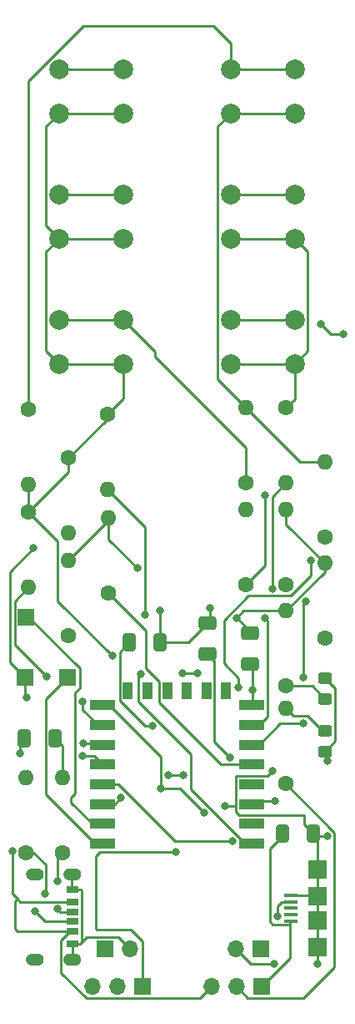
<source format=gbr>
%TF.GenerationSoftware,KiCad,Pcbnew,(6.0.5)*%
%TF.CreationDate,2022-08-02T11:06:51+05:30*%
%TF.ProjectId,ESP12 Smart Remote,45535031-3220-4536-9d61-72742052656d,rev?*%
%TF.SameCoordinates,Original*%
%TF.FileFunction,Copper,L1,Top*%
%TF.FilePolarity,Positive*%
%FSLAX46Y46*%
G04 Gerber Fmt 4.6, Leading zero omitted, Abs format (unit mm)*
G04 Created by KiCad (PCBNEW (6.0.5)) date 2022-08-02 11:06:51*
%MOMM*%
%LPD*%
G01*
G04 APERTURE LIST*
G04 Aperture macros list*
%AMRoundRect*
0 Rectangle with rounded corners*
0 $1 Rounding radius*
0 $2 $3 $4 $5 $6 $7 $8 $9 X,Y pos of 4 corners*
0 Add a 4 corners polygon primitive as box body*
4,1,4,$2,$3,$4,$5,$6,$7,$8,$9,$2,$3,0*
0 Add four circle primitives for the rounded corners*
1,1,$1+$1,$2,$3*
1,1,$1+$1,$4,$5*
1,1,$1+$1,$6,$7*
1,1,$1+$1,$8,$9*
0 Add four rect primitives between the rounded corners*
20,1,$1+$1,$2,$3,$4,$5,0*
20,1,$1+$1,$4,$5,$6,$7,0*
20,1,$1+$1,$6,$7,$8,$9,0*
20,1,$1+$1,$8,$9,$2,$3,0*%
G04 Aperture macros list end*
%TA.AperFunction,EtchedComponent*%
%ADD10C,0.010000*%
%TD*%
%TA.AperFunction,ComponentPad*%
%ADD11C,2.000000*%
%TD*%
%TA.AperFunction,ComponentPad*%
%ADD12C,1.600000*%
%TD*%
%TA.AperFunction,ComponentPad*%
%ADD13O,1.600000X1.600000*%
%TD*%
%TA.AperFunction,SMDPad,CuDef*%
%ADD14R,1.350000X0.400000*%
%TD*%
%TA.AperFunction,SMDPad,CuDef*%
%ADD15R,1.900000X1.900000*%
%TD*%
%TA.AperFunction,ComponentPad*%
%ADD16R,1.700000X1.700000*%
%TD*%
%TA.AperFunction,ComponentPad*%
%ADD17O,1.700000X1.700000*%
%TD*%
%TA.AperFunction,SMDPad,CuDef*%
%ADD18RoundRect,0.250000X0.450000X-0.325000X0.450000X0.325000X-0.450000X0.325000X-0.450000X-0.325000X0*%
%TD*%
%TA.AperFunction,SMDPad,CuDef*%
%ADD19R,2.500000X1.000000*%
%TD*%
%TA.AperFunction,SMDPad,CuDef*%
%ADD20R,1.000000X1.800000*%
%TD*%
%TA.AperFunction,SMDPad,CuDef*%
%ADD21RoundRect,0.250000X0.650000X-0.412500X0.650000X0.412500X-0.650000X0.412500X-0.650000X-0.412500X0*%
%TD*%
%TA.AperFunction,SMDPad,CuDef*%
%ADD22RoundRect,0.250000X-0.412500X-0.650000X0.412500X-0.650000X0.412500X0.650000X-0.412500X0.650000X0*%
%TD*%
%TA.AperFunction,SMDPad,CuDef*%
%ADD23R,1.200000X0.700000*%
%TD*%
%TA.AperFunction,SMDPad,CuDef*%
%ADD24R,1.200000X0.760000*%
%TD*%
%TA.AperFunction,SMDPad,CuDef*%
%ADD25R,1.200000X0.800000*%
%TD*%
%TA.AperFunction,ComponentPad*%
%ADD26O,1.600000X0.800000*%
%TD*%
%TA.AperFunction,ViaPad*%
%ADD27C,0.800000*%
%TD*%
%TA.AperFunction,Conductor*%
%ADD28C,0.250000*%
%TD*%
G04 APERTURE END LIST*
%TO.C,J1*%
G36*
X140499000Y-135089000D02*
G01*
X140527000Y-135091000D01*
X140556000Y-135095000D01*
X140584000Y-135100000D01*
X140612000Y-135107000D01*
X140640000Y-135115000D01*
X140667000Y-135125000D01*
X140694000Y-135136000D01*
X140720000Y-135148000D01*
X140745000Y-135162000D01*
X140770000Y-135177000D01*
X140793000Y-135193000D01*
X140816000Y-135211000D01*
X140838000Y-135229000D01*
X140859000Y-135249000D01*
X140879000Y-135270000D01*
X140897000Y-135292000D01*
X140915000Y-135315000D01*
X140931000Y-135338000D01*
X140946000Y-135363000D01*
X140960000Y-135388000D01*
X140972000Y-135414000D01*
X140983000Y-135441000D01*
X140993000Y-135468000D01*
X141001000Y-135496000D01*
X141008000Y-135524000D01*
X141013000Y-135552000D01*
X141017000Y-135581000D01*
X141019000Y-135609000D01*
X141020000Y-135638000D01*
X141019000Y-135667000D01*
X141017000Y-135695000D01*
X141013000Y-135724000D01*
X141008000Y-135752000D01*
X141001000Y-135780000D01*
X140993000Y-135808000D01*
X140983000Y-135835000D01*
X140972000Y-135862000D01*
X140960000Y-135888000D01*
X140946000Y-135913000D01*
X140931000Y-135938000D01*
X140915000Y-135961000D01*
X140897000Y-135984000D01*
X140879000Y-136006000D01*
X140859000Y-136027000D01*
X140838000Y-136047000D01*
X140816000Y-136065000D01*
X140793000Y-136083000D01*
X140770000Y-136099000D01*
X140745000Y-136114000D01*
X140720000Y-136128000D01*
X140694000Y-136140000D01*
X140667000Y-136151000D01*
X140640000Y-136161000D01*
X140612000Y-136169000D01*
X140584000Y-136176000D01*
X140556000Y-136181000D01*
X140527000Y-136185000D01*
X140499000Y-136187000D01*
X140470000Y-136188000D01*
X139870000Y-136188000D01*
X139841000Y-136187000D01*
X139813000Y-136185000D01*
X139784000Y-136181000D01*
X139756000Y-136176000D01*
X139728000Y-136169000D01*
X139700000Y-136161000D01*
X139673000Y-136151000D01*
X139646000Y-136140000D01*
X139620000Y-136128000D01*
X139595000Y-136114000D01*
X139570000Y-136099000D01*
X139547000Y-136083000D01*
X139524000Y-136065000D01*
X139502000Y-136047000D01*
X139481000Y-136027000D01*
X139461000Y-136006000D01*
X139443000Y-135984000D01*
X139425000Y-135961000D01*
X139409000Y-135938000D01*
X139394000Y-135913000D01*
X139380000Y-135888000D01*
X139368000Y-135862000D01*
X139357000Y-135835000D01*
X139347000Y-135808000D01*
X139339000Y-135780000D01*
X139332000Y-135752000D01*
X139327000Y-135724000D01*
X139323000Y-135695000D01*
X139321000Y-135667000D01*
X139320000Y-135638000D01*
X139321000Y-135609000D01*
X139323000Y-135581000D01*
X139327000Y-135552000D01*
X139332000Y-135524000D01*
X139339000Y-135496000D01*
X139347000Y-135468000D01*
X139357000Y-135441000D01*
X139368000Y-135414000D01*
X139380000Y-135388000D01*
X139394000Y-135363000D01*
X139409000Y-135338000D01*
X139425000Y-135315000D01*
X139443000Y-135292000D01*
X139461000Y-135270000D01*
X139481000Y-135249000D01*
X139502000Y-135229000D01*
X139524000Y-135211000D01*
X139547000Y-135193000D01*
X139570000Y-135177000D01*
X139595000Y-135162000D01*
X139620000Y-135148000D01*
X139646000Y-135136000D01*
X139673000Y-135125000D01*
X139700000Y-135115000D01*
X139728000Y-135107000D01*
X139756000Y-135100000D01*
X139784000Y-135095000D01*
X139813000Y-135091000D01*
X139841000Y-135089000D01*
X139870000Y-135088000D01*
X140470000Y-135088000D01*
X140499000Y-135089000D01*
G37*
D10*
X140499000Y-135089000D02*
X140527000Y-135091000D01*
X140556000Y-135095000D01*
X140584000Y-135100000D01*
X140612000Y-135107000D01*
X140640000Y-135115000D01*
X140667000Y-135125000D01*
X140694000Y-135136000D01*
X140720000Y-135148000D01*
X140745000Y-135162000D01*
X140770000Y-135177000D01*
X140793000Y-135193000D01*
X140816000Y-135211000D01*
X140838000Y-135229000D01*
X140859000Y-135249000D01*
X140879000Y-135270000D01*
X140897000Y-135292000D01*
X140915000Y-135315000D01*
X140931000Y-135338000D01*
X140946000Y-135363000D01*
X140960000Y-135388000D01*
X140972000Y-135414000D01*
X140983000Y-135441000D01*
X140993000Y-135468000D01*
X141001000Y-135496000D01*
X141008000Y-135524000D01*
X141013000Y-135552000D01*
X141017000Y-135581000D01*
X141019000Y-135609000D01*
X141020000Y-135638000D01*
X141019000Y-135667000D01*
X141017000Y-135695000D01*
X141013000Y-135724000D01*
X141008000Y-135752000D01*
X141001000Y-135780000D01*
X140993000Y-135808000D01*
X140983000Y-135835000D01*
X140972000Y-135862000D01*
X140960000Y-135888000D01*
X140946000Y-135913000D01*
X140931000Y-135938000D01*
X140915000Y-135961000D01*
X140897000Y-135984000D01*
X140879000Y-136006000D01*
X140859000Y-136027000D01*
X140838000Y-136047000D01*
X140816000Y-136065000D01*
X140793000Y-136083000D01*
X140770000Y-136099000D01*
X140745000Y-136114000D01*
X140720000Y-136128000D01*
X140694000Y-136140000D01*
X140667000Y-136151000D01*
X140640000Y-136161000D01*
X140612000Y-136169000D01*
X140584000Y-136176000D01*
X140556000Y-136181000D01*
X140527000Y-136185000D01*
X140499000Y-136187000D01*
X140470000Y-136188000D01*
X139870000Y-136188000D01*
X139841000Y-136187000D01*
X139813000Y-136185000D01*
X139784000Y-136181000D01*
X139756000Y-136176000D01*
X139728000Y-136169000D01*
X139700000Y-136161000D01*
X139673000Y-136151000D01*
X139646000Y-136140000D01*
X139620000Y-136128000D01*
X139595000Y-136114000D01*
X139570000Y-136099000D01*
X139547000Y-136083000D01*
X139524000Y-136065000D01*
X139502000Y-136047000D01*
X139481000Y-136027000D01*
X139461000Y-136006000D01*
X139443000Y-135984000D01*
X139425000Y-135961000D01*
X139409000Y-135938000D01*
X139394000Y-135913000D01*
X139380000Y-135888000D01*
X139368000Y-135862000D01*
X139357000Y-135835000D01*
X139347000Y-135808000D01*
X139339000Y-135780000D01*
X139332000Y-135752000D01*
X139327000Y-135724000D01*
X139323000Y-135695000D01*
X139321000Y-135667000D01*
X139320000Y-135638000D01*
X139321000Y-135609000D01*
X139323000Y-135581000D01*
X139327000Y-135552000D01*
X139332000Y-135524000D01*
X139339000Y-135496000D01*
X139347000Y-135468000D01*
X139357000Y-135441000D01*
X139368000Y-135414000D01*
X139380000Y-135388000D01*
X139394000Y-135363000D01*
X139409000Y-135338000D01*
X139425000Y-135315000D01*
X139443000Y-135292000D01*
X139461000Y-135270000D01*
X139481000Y-135249000D01*
X139502000Y-135229000D01*
X139524000Y-135211000D01*
X139547000Y-135193000D01*
X139570000Y-135177000D01*
X139595000Y-135162000D01*
X139620000Y-135148000D01*
X139646000Y-135136000D01*
X139673000Y-135125000D01*
X139700000Y-135115000D01*
X139728000Y-135107000D01*
X139756000Y-135100000D01*
X139784000Y-135095000D01*
X139813000Y-135091000D01*
X139841000Y-135089000D01*
X139870000Y-135088000D01*
X140470000Y-135088000D01*
X140499000Y-135089000D01*
G36*
X140499000Y-126449000D02*
G01*
X140527000Y-126451000D01*
X140556000Y-126455000D01*
X140584000Y-126460000D01*
X140612000Y-126467000D01*
X140640000Y-126475000D01*
X140667000Y-126485000D01*
X140694000Y-126496000D01*
X140720000Y-126508000D01*
X140745000Y-126522000D01*
X140770000Y-126537000D01*
X140793000Y-126553000D01*
X140816000Y-126571000D01*
X140838000Y-126589000D01*
X140859000Y-126609000D01*
X140879000Y-126630000D01*
X140897000Y-126652000D01*
X140915000Y-126675000D01*
X140931000Y-126698000D01*
X140946000Y-126723000D01*
X140960000Y-126748000D01*
X140972000Y-126774000D01*
X140983000Y-126801000D01*
X140993000Y-126828000D01*
X141001000Y-126856000D01*
X141008000Y-126884000D01*
X141013000Y-126912000D01*
X141017000Y-126941000D01*
X141019000Y-126969000D01*
X141020000Y-126998000D01*
X141019000Y-127027000D01*
X141017000Y-127055000D01*
X141013000Y-127084000D01*
X141008000Y-127112000D01*
X141001000Y-127140000D01*
X140993000Y-127168000D01*
X140983000Y-127195000D01*
X140972000Y-127222000D01*
X140960000Y-127248000D01*
X140946000Y-127273000D01*
X140931000Y-127298000D01*
X140915000Y-127321000D01*
X140897000Y-127344000D01*
X140879000Y-127366000D01*
X140859000Y-127387000D01*
X140838000Y-127407000D01*
X140816000Y-127425000D01*
X140793000Y-127443000D01*
X140770000Y-127459000D01*
X140745000Y-127474000D01*
X140720000Y-127488000D01*
X140694000Y-127500000D01*
X140667000Y-127511000D01*
X140640000Y-127521000D01*
X140612000Y-127529000D01*
X140584000Y-127536000D01*
X140556000Y-127541000D01*
X140527000Y-127545000D01*
X140499000Y-127547000D01*
X140470000Y-127548000D01*
X139870000Y-127548000D01*
X139841000Y-127547000D01*
X139813000Y-127545000D01*
X139784000Y-127541000D01*
X139756000Y-127536000D01*
X139728000Y-127529000D01*
X139700000Y-127521000D01*
X139673000Y-127511000D01*
X139646000Y-127500000D01*
X139620000Y-127488000D01*
X139595000Y-127474000D01*
X139570000Y-127459000D01*
X139547000Y-127443000D01*
X139524000Y-127425000D01*
X139502000Y-127407000D01*
X139481000Y-127387000D01*
X139461000Y-127366000D01*
X139443000Y-127344000D01*
X139425000Y-127321000D01*
X139409000Y-127298000D01*
X139394000Y-127273000D01*
X139380000Y-127248000D01*
X139368000Y-127222000D01*
X139357000Y-127195000D01*
X139347000Y-127168000D01*
X139339000Y-127140000D01*
X139332000Y-127112000D01*
X139327000Y-127084000D01*
X139323000Y-127055000D01*
X139321000Y-127027000D01*
X139320000Y-126998000D01*
X139321000Y-126969000D01*
X139323000Y-126941000D01*
X139327000Y-126912000D01*
X139332000Y-126884000D01*
X139339000Y-126856000D01*
X139347000Y-126828000D01*
X139357000Y-126801000D01*
X139368000Y-126774000D01*
X139380000Y-126748000D01*
X139394000Y-126723000D01*
X139409000Y-126698000D01*
X139425000Y-126675000D01*
X139443000Y-126652000D01*
X139461000Y-126630000D01*
X139481000Y-126609000D01*
X139502000Y-126589000D01*
X139524000Y-126571000D01*
X139547000Y-126553000D01*
X139570000Y-126537000D01*
X139595000Y-126522000D01*
X139620000Y-126508000D01*
X139646000Y-126496000D01*
X139673000Y-126485000D01*
X139700000Y-126475000D01*
X139728000Y-126467000D01*
X139756000Y-126460000D01*
X139784000Y-126455000D01*
X139813000Y-126451000D01*
X139841000Y-126449000D01*
X139870000Y-126448000D01*
X140470000Y-126448000D01*
X140499000Y-126449000D01*
G37*
X140499000Y-126449000D02*
X140527000Y-126451000D01*
X140556000Y-126455000D01*
X140584000Y-126460000D01*
X140612000Y-126467000D01*
X140640000Y-126475000D01*
X140667000Y-126485000D01*
X140694000Y-126496000D01*
X140720000Y-126508000D01*
X140745000Y-126522000D01*
X140770000Y-126537000D01*
X140793000Y-126553000D01*
X140816000Y-126571000D01*
X140838000Y-126589000D01*
X140859000Y-126609000D01*
X140879000Y-126630000D01*
X140897000Y-126652000D01*
X140915000Y-126675000D01*
X140931000Y-126698000D01*
X140946000Y-126723000D01*
X140960000Y-126748000D01*
X140972000Y-126774000D01*
X140983000Y-126801000D01*
X140993000Y-126828000D01*
X141001000Y-126856000D01*
X141008000Y-126884000D01*
X141013000Y-126912000D01*
X141017000Y-126941000D01*
X141019000Y-126969000D01*
X141020000Y-126998000D01*
X141019000Y-127027000D01*
X141017000Y-127055000D01*
X141013000Y-127084000D01*
X141008000Y-127112000D01*
X141001000Y-127140000D01*
X140993000Y-127168000D01*
X140983000Y-127195000D01*
X140972000Y-127222000D01*
X140960000Y-127248000D01*
X140946000Y-127273000D01*
X140931000Y-127298000D01*
X140915000Y-127321000D01*
X140897000Y-127344000D01*
X140879000Y-127366000D01*
X140859000Y-127387000D01*
X140838000Y-127407000D01*
X140816000Y-127425000D01*
X140793000Y-127443000D01*
X140770000Y-127459000D01*
X140745000Y-127474000D01*
X140720000Y-127488000D01*
X140694000Y-127500000D01*
X140667000Y-127511000D01*
X140640000Y-127521000D01*
X140612000Y-127529000D01*
X140584000Y-127536000D01*
X140556000Y-127541000D01*
X140527000Y-127545000D01*
X140499000Y-127547000D01*
X140470000Y-127548000D01*
X139870000Y-127548000D01*
X139841000Y-127547000D01*
X139813000Y-127545000D01*
X139784000Y-127541000D01*
X139756000Y-127536000D01*
X139728000Y-127529000D01*
X139700000Y-127521000D01*
X139673000Y-127511000D01*
X139646000Y-127500000D01*
X139620000Y-127488000D01*
X139595000Y-127474000D01*
X139570000Y-127459000D01*
X139547000Y-127443000D01*
X139524000Y-127425000D01*
X139502000Y-127407000D01*
X139481000Y-127387000D01*
X139461000Y-127366000D01*
X139443000Y-127344000D01*
X139425000Y-127321000D01*
X139409000Y-127298000D01*
X139394000Y-127273000D01*
X139380000Y-127248000D01*
X139368000Y-127222000D01*
X139357000Y-127195000D01*
X139347000Y-127168000D01*
X139339000Y-127140000D01*
X139332000Y-127112000D01*
X139327000Y-127084000D01*
X139323000Y-127055000D01*
X139321000Y-127027000D01*
X139320000Y-126998000D01*
X139321000Y-126969000D01*
X139323000Y-126941000D01*
X139327000Y-126912000D01*
X139332000Y-126884000D01*
X139339000Y-126856000D01*
X139347000Y-126828000D01*
X139357000Y-126801000D01*
X139368000Y-126774000D01*
X139380000Y-126748000D01*
X139394000Y-126723000D01*
X139409000Y-126698000D01*
X139425000Y-126675000D01*
X139443000Y-126652000D01*
X139461000Y-126630000D01*
X139481000Y-126609000D01*
X139502000Y-126589000D01*
X139524000Y-126571000D01*
X139547000Y-126553000D01*
X139570000Y-126537000D01*
X139595000Y-126522000D01*
X139620000Y-126508000D01*
X139646000Y-126496000D01*
X139673000Y-126485000D01*
X139700000Y-126475000D01*
X139728000Y-126467000D01*
X139756000Y-126460000D01*
X139784000Y-126455000D01*
X139813000Y-126451000D01*
X139841000Y-126449000D01*
X139870000Y-126448000D01*
X140470000Y-126448000D01*
X140499000Y-126449000D01*
G36*
X144299000Y-135089000D02*
G01*
X144327000Y-135091000D01*
X144356000Y-135095000D01*
X144384000Y-135100000D01*
X144412000Y-135107000D01*
X144440000Y-135115000D01*
X144467000Y-135125000D01*
X144494000Y-135136000D01*
X144520000Y-135148000D01*
X144545000Y-135162000D01*
X144570000Y-135177000D01*
X144593000Y-135193000D01*
X144616000Y-135211000D01*
X144638000Y-135229000D01*
X144659000Y-135249000D01*
X144679000Y-135270000D01*
X144697000Y-135292000D01*
X144715000Y-135315000D01*
X144731000Y-135338000D01*
X144746000Y-135363000D01*
X144760000Y-135388000D01*
X144772000Y-135414000D01*
X144783000Y-135441000D01*
X144793000Y-135468000D01*
X144801000Y-135496000D01*
X144808000Y-135524000D01*
X144813000Y-135552000D01*
X144817000Y-135581000D01*
X144819000Y-135609000D01*
X144820000Y-135638000D01*
X144819000Y-135667000D01*
X144817000Y-135695000D01*
X144813000Y-135724000D01*
X144808000Y-135752000D01*
X144801000Y-135780000D01*
X144793000Y-135808000D01*
X144783000Y-135835000D01*
X144772000Y-135862000D01*
X144760000Y-135888000D01*
X144746000Y-135913000D01*
X144731000Y-135938000D01*
X144715000Y-135961000D01*
X144697000Y-135984000D01*
X144679000Y-136006000D01*
X144659000Y-136027000D01*
X144638000Y-136047000D01*
X144616000Y-136065000D01*
X144593000Y-136083000D01*
X144570000Y-136099000D01*
X144545000Y-136114000D01*
X144520000Y-136128000D01*
X144494000Y-136140000D01*
X144467000Y-136151000D01*
X144440000Y-136161000D01*
X144412000Y-136169000D01*
X144384000Y-136176000D01*
X144356000Y-136181000D01*
X144327000Y-136185000D01*
X144299000Y-136187000D01*
X144270000Y-136188000D01*
X143670000Y-136188000D01*
X143641000Y-136187000D01*
X143613000Y-136185000D01*
X143584000Y-136181000D01*
X143556000Y-136176000D01*
X143528000Y-136169000D01*
X143500000Y-136161000D01*
X143473000Y-136151000D01*
X143446000Y-136140000D01*
X143420000Y-136128000D01*
X143395000Y-136114000D01*
X143370000Y-136099000D01*
X143347000Y-136083000D01*
X143324000Y-136065000D01*
X143302000Y-136047000D01*
X143281000Y-136027000D01*
X143261000Y-136006000D01*
X143243000Y-135984000D01*
X143225000Y-135961000D01*
X143209000Y-135938000D01*
X143194000Y-135913000D01*
X143180000Y-135888000D01*
X143168000Y-135862000D01*
X143157000Y-135835000D01*
X143147000Y-135808000D01*
X143139000Y-135780000D01*
X143132000Y-135752000D01*
X143127000Y-135724000D01*
X143123000Y-135695000D01*
X143121000Y-135667000D01*
X143120000Y-135638000D01*
X143121000Y-135609000D01*
X143123000Y-135581000D01*
X143127000Y-135552000D01*
X143132000Y-135524000D01*
X143139000Y-135496000D01*
X143147000Y-135468000D01*
X143157000Y-135441000D01*
X143168000Y-135414000D01*
X143180000Y-135388000D01*
X143194000Y-135363000D01*
X143209000Y-135338000D01*
X143225000Y-135315000D01*
X143243000Y-135292000D01*
X143261000Y-135270000D01*
X143281000Y-135249000D01*
X143302000Y-135229000D01*
X143324000Y-135211000D01*
X143347000Y-135193000D01*
X143370000Y-135177000D01*
X143395000Y-135162000D01*
X143420000Y-135148000D01*
X143446000Y-135136000D01*
X143473000Y-135125000D01*
X143500000Y-135115000D01*
X143528000Y-135107000D01*
X143556000Y-135100000D01*
X143584000Y-135095000D01*
X143613000Y-135091000D01*
X143641000Y-135089000D01*
X143670000Y-135088000D01*
X144270000Y-135088000D01*
X144299000Y-135089000D01*
G37*
X144299000Y-135089000D02*
X144327000Y-135091000D01*
X144356000Y-135095000D01*
X144384000Y-135100000D01*
X144412000Y-135107000D01*
X144440000Y-135115000D01*
X144467000Y-135125000D01*
X144494000Y-135136000D01*
X144520000Y-135148000D01*
X144545000Y-135162000D01*
X144570000Y-135177000D01*
X144593000Y-135193000D01*
X144616000Y-135211000D01*
X144638000Y-135229000D01*
X144659000Y-135249000D01*
X144679000Y-135270000D01*
X144697000Y-135292000D01*
X144715000Y-135315000D01*
X144731000Y-135338000D01*
X144746000Y-135363000D01*
X144760000Y-135388000D01*
X144772000Y-135414000D01*
X144783000Y-135441000D01*
X144793000Y-135468000D01*
X144801000Y-135496000D01*
X144808000Y-135524000D01*
X144813000Y-135552000D01*
X144817000Y-135581000D01*
X144819000Y-135609000D01*
X144820000Y-135638000D01*
X144819000Y-135667000D01*
X144817000Y-135695000D01*
X144813000Y-135724000D01*
X144808000Y-135752000D01*
X144801000Y-135780000D01*
X144793000Y-135808000D01*
X144783000Y-135835000D01*
X144772000Y-135862000D01*
X144760000Y-135888000D01*
X144746000Y-135913000D01*
X144731000Y-135938000D01*
X144715000Y-135961000D01*
X144697000Y-135984000D01*
X144679000Y-136006000D01*
X144659000Y-136027000D01*
X144638000Y-136047000D01*
X144616000Y-136065000D01*
X144593000Y-136083000D01*
X144570000Y-136099000D01*
X144545000Y-136114000D01*
X144520000Y-136128000D01*
X144494000Y-136140000D01*
X144467000Y-136151000D01*
X144440000Y-136161000D01*
X144412000Y-136169000D01*
X144384000Y-136176000D01*
X144356000Y-136181000D01*
X144327000Y-136185000D01*
X144299000Y-136187000D01*
X144270000Y-136188000D01*
X143670000Y-136188000D01*
X143641000Y-136187000D01*
X143613000Y-136185000D01*
X143584000Y-136181000D01*
X143556000Y-136176000D01*
X143528000Y-136169000D01*
X143500000Y-136161000D01*
X143473000Y-136151000D01*
X143446000Y-136140000D01*
X143420000Y-136128000D01*
X143395000Y-136114000D01*
X143370000Y-136099000D01*
X143347000Y-136083000D01*
X143324000Y-136065000D01*
X143302000Y-136047000D01*
X143281000Y-136027000D01*
X143261000Y-136006000D01*
X143243000Y-135984000D01*
X143225000Y-135961000D01*
X143209000Y-135938000D01*
X143194000Y-135913000D01*
X143180000Y-135888000D01*
X143168000Y-135862000D01*
X143157000Y-135835000D01*
X143147000Y-135808000D01*
X143139000Y-135780000D01*
X143132000Y-135752000D01*
X143127000Y-135724000D01*
X143123000Y-135695000D01*
X143121000Y-135667000D01*
X143120000Y-135638000D01*
X143121000Y-135609000D01*
X143123000Y-135581000D01*
X143127000Y-135552000D01*
X143132000Y-135524000D01*
X143139000Y-135496000D01*
X143147000Y-135468000D01*
X143157000Y-135441000D01*
X143168000Y-135414000D01*
X143180000Y-135388000D01*
X143194000Y-135363000D01*
X143209000Y-135338000D01*
X143225000Y-135315000D01*
X143243000Y-135292000D01*
X143261000Y-135270000D01*
X143281000Y-135249000D01*
X143302000Y-135229000D01*
X143324000Y-135211000D01*
X143347000Y-135193000D01*
X143370000Y-135177000D01*
X143395000Y-135162000D01*
X143420000Y-135148000D01*
X143446000Y-135136000D01*
X143473000Y-135125000D01*
X143500000Y-135115000D01*
X143528000Y-135107000D01*
X143556000Y-135100000D01*
X143584000Y-135095000D01*
X143613000Y-135091000D01*
X143641000Y-135089000D01*
X143670000Y-135088000D01*
X144270000Y-135088000D01*
X144299000Y-135089000D01*
G36*
X144299000Y-126449000D02*
G01*
X144327000Y-126451000D01*
X144356000Y-126455000D01*
X144384000Y-126460000D01*
X144412000Y-126467000D01*
X144440000Y-126475000D01*
X144467000Y-126485000D01*
X144494000Y-126496000D01*
X144520000Y-126508000D01*
X144545000Y-126522000D01*
X144570000Y-126537000D01*
X144593000Y-126553000D01*
X144616000Y-126571000D01*
X144638000Y-126589000D01*
X144659000Y-126609000D01*
X144679000Y-126630000D01*
X144697000Y-126652000D01*
X144715000Y-126675000D01*
X144731000Y-126698000D01*
X144746000Y-126723000D01*
X144760000Y-126748000D01*
X144772000Y-126774000D01*
X144783000Y-126801000D01*
X144793000Y-126828000D01*
X144801000Y-126856000D01*
X144808000Y-126884000D01*
X144813000Y-126912000D01*
X144817000Y-126941000D01*
X144819000Y-126969000D01*
X144820000Y-126998000D01*
X144819000Y-127027000D01*
X144817000Y-127055000D01*
X144813000Y-127084000D01*
X144808000Y-127112000D01*
X144801000Y-127140000D01*
X144793000Y-127168000D01*
X144783000Y-127195000D01*
X144772000Y-127222000D01*
X144760000Y-127248000D01*
X144746000Y-127273000D01*
X144731000Y-127298000D01*
X144715000Y-127321000D01*
X144697000Y-127344000D01*
X144679000Y-127366000D01*
X144659000Y-127387000D01*
X144638000Y-127407000D01*
X144616000Y-127425000D01*
X144593000Y-127443000D01*
X144570000Y-127459000D01*
X144545000Y-127474000D01*
X144520000Y-127488000D01*
X144494000Y-127500000D01*
X144467000Y-127511000D01*
X144440000Y-127521000D01*
X144412000Y-127529000D01*
X144384000Y-127536000D01*
X144356000Y-127541000D01*
X144327000Y-127545000D01*
X144299000Y-127547000D01*
X144270000Y-127548000D01*
X143670000Y-127548000D01*
X143641000Y-127547000D01*
X143613000Y-127545000D01*
X143584000Y-127541000D01*
X143556000Y-127536000D01*
X143528000Y-127529000D01*
X143500000Y-127521000D01*
X143473000Y-127511000D01*
X143446000Y-127500000D01*
X143420000Y-127488000D01*
X143395000Y-127474000D01*
X143370000Y-127459000D01*
X143347000Y-127443000D01*
X143324000Y-127425000D01*
X143302000Y-127407000D01*
X143281000Y-127387000D01*
X143261000Y-127366000D01*
X143243000Y-127344000D01*
X143225000Y-127321000D01*
X143209000Y-127298000D01*
X143194000Y-127273000D01*
X143180000Y-127248000D01*
X143168000Y-127222000D01*
X143157000Y-127195000D01*
X143147000Y-127168000D01*
X143139000Y-127140000D01*
X143132000Y-127112000D01*
X143127000Y-127084000D01*
X143123000Y-127055000D01*
X143121000Y-127027000D01*
X143120000Y-126998000D01*
X143121000Y-126969000D01*
X143123000Y-126941000D01*
X143127000Y-126912000D01*
X143132000Y-126884000D01*
X143139000Y-126856000D01*
X143147000Y-126828000D01*
X143157000Y-126801000D01*
X143168000Y-126774000D01*
X143180000Y-126748000D01*
X143194000Y-126723000D01*
X143209000Y-126698000D01*
X143225000Y-126675000D01*
X143243000Y-126652000D01*
X143261000Y-126630000D01*
X143281000Y-126609000D01*
X143302000Y-126589000D01*
X143324000Y-126571000D01*
X143347000Y-126553000D01*
X143370000Y-126537000D01*
X143395000Y-126522000D01*
X143420000Y-126508000D01*
X143446000Y-126496000D01*
X143473000Y-126485000D01*
X143500000Y-126475000D01*
X143528000Y-126467000D01*
X143556000Y-126460000D01*
X143584000Y-126455000D01*
X143613000Y-126451000D01*
X143641000Y-126449000D01*
X143670000Y-126448000D01*
X144270000Y-126448000D01*
X144299000Y-126449000D01*
G37*
X144299000Y-126449000D02*
X144327000Y-126451000D01*
X144356000Y-126455000D01*
X144384000Y-126460000D01*
X144412000Y-126467000D01*
X144440000Y-126475000D01*
X144467000Y-126485000D01*
X144494000Y-126496000D01*
X144520000Y-126508000D01*
X144545000Y-126522000D01*
X144570000Y-126537000D01*
X144593000Y-126553000D01*
X144616000Y-126571000D01*
X144638000Y-126589000D01*
X144659000Y-126609000D01*
X144679000Y-126630000D01*
X144697000Y-126652000D01*
X144715000Y-126675000D01*
X144731000Y-126698000D01*
X144746000Y-126723000D01*
X144760000Y-126748000D01*
X144772000Y-126774000D01*
X144783000Y-126801000D01*
X144793000Y-126828000D01*
X144801000Y-126856000D01*
X144808000Y-126884000D01*
X144813000Y-126912000D01*
X144817000Y-126941000D01*
X144819000Y-126969000D01*
X144820000Y-126998000D01*
X144819000Y-127027000D01*
X144817000Y-127055000D01*
X144813000Y-127084000D01*
X144808000Y-127112000D01*
X144801000Y-127140000D01*
X144793000Y-127168000D01*
X144783000Y-127195000D01*
X144772000Y-127222000D01*
X144760000Y-127248000D01*
X144746000Y-127273000D01*
X144731000Y-127298000D01*
X144715000Y-127321000D01*
X144697000Y-127344000D01*
X144679000Y-127366000D01*
X144659000Y-127387000D01*
X144638000Y-127407000D01*
X144616000Y-127425000D01*
X144593000Y-127443000D01*
X144570000Y-127459000D01*
X144545000Y-127474000D01*
X144520000Y-127488000D01*
X144494000Y-127500000D01*
X144467000Y-127511000D01*
X144440000Y-127521000D01*
X144412000Y-127529000D01*
X144384000Y-127536000D01*
X144356000Y-127541000D01*
X144327000Y-127545000D01*
X144299000Y-127547000D01*
X144270000Y-127548000D01*
X143670000Y-127548000D01*
X143641000Y-127547000D01*
X143613000Y-127545000D01*
X143584000Y-127541000D01*
X143556000Y-127536000D01*
X143528000Y-127529000D01*
X143500000Y-127521000D01*
X143473000Y-127511000D01*
X143446000Y-127500000D01*
X143420000Y-127488000D01*
X143395000Y-127474000D01*
X143370000Y-127459000D01*
X143347000Y-127443000D01*
X143324000Y-127425000D01*
X143302000Y-127407000D01*
X143281000Y-127387000D01*
X143261000Y-127366000D01*
X143243000Y-127344000D01*
X143225000Y-127321000D01*
X143209000Y-127298000D01*
X143194000Y-127273000D01*
X143180000Y-127248000D01*
X143168000Y-127222000D01*
X143157000Y-127195000D01*
X143147000Y-127168000D01*
X143139000Y-127140000D01*
X143132000Y-127112000D01*
X143127000Y-127084000D01*
X143123000Y-127055000D01*
X143121000Y-127027000D01*
X143120000Y-126998000D01*
X143121000Y-126969000D01*
X143123000Y-126941000D01*
X143127000Y-126912000D01*
X143132000Y-126884000D01*
X143139000Y-126856000D01*
X143147000Y-126828000D01*
X143157000Y-126801000D01*
X143168000Y-126774000D01*
X143180000Y-126748000D01*
X143194000Y-126723000D01*
X143209000Y-126698000D01*
X143225000Y-126675000D01*
X143243000Y-126652000D01*
X143261000Y-126630000D01*
X143281000Y-126609000D01*
X143302000Y-126589000D01*
X143324000Y-126571000D01*
X143347000Y-126553000D01*
X143370000Y-126537000D01*
X143395000Y-126522000D01*
X143420000Y-126508000D01*
X143446000Y-126496000D01*
X143473000Y-126485000D01*
X143500000Y-126475000D01*
X143528000Y-126467000D01*
X143556000Y-126460000D01*
X143584000Y-126455000D01*
X143613000Y-126451000D01*
X143641000Y-126449000D01*
X143670000Y-126448000D01*
X144270000Y-126448000D01*
X144299000Y-126449000D01*
%TD*%
D11*
%TO.P,SW6,1,1*%
%TO.N,D2*%
X166616000Y-70800000D03*
X160116000Y-70800000D03*
%TO.P,SW6,2,2*%
%TO.N,3V3*%
X166616000Y-75300000D03*
X160116000Y-75300000D03*
%TD*%
D12*
%TO.P,R6,1*%
%TO.N,Net-(R6-Pad1)*%
X143637000Y-102870000D03*
D13*
%TO.P,R6,2*%
%TO.N,GND*%
X143637000Y-95250000D03*
%TD*%
D12*
%TO.P,R5,1*%
%TO.N,3V3*%
X139573000Y-90297000D03*
D13*
%TO.P,R5,2*%
%TO.N,GPIO0*%
X139573000Y-97917000D03*
%TD*%
D12*
%TO.P,R15,1*%
%TO.N,D1*%
X161671000Y-87376000D03*
D13*
%TO.P,R15,2*%
%TO.N,GND*%
X161671000Y-79756000D03*
%TD*%
D11*
%TO.P,SW4,1,1*%
%TO.N,D7*%
X160116000Y-58100000D03*
X166616000Y-58100000D03*
%TO.P,SW4,2,2*%
%TO.N,3V3*%
X166616000Y-62600000D03*
X160116000Y-62600000D03*
%TD*%
D12*
%TO.P,R8,1*%
%TO.N,Net-(J8-Pad2)*%
X165735000Y-117856000D03*
D13*
%TO.P,R8,2*%
%TO.N,Net-(D1-Pad2)*%
X165735000Y-110236000D03*
%TD*%
D14*
%TO.P,J6,1,VCC*%
%TO.N,Micro USB*%
X166235000Y-131768000D03*
%TO.P,J6,2,D-*%
%TO.N,unconnected-(J6-Pad2)*%
X166235000Y-131118000D03*
%TO.P,J6,3,D+*%
%TO.N,unconnected-(J6-Pad3)*%
X166235000Y-130468000D03*
%TO.P,J6,4,ID*%
%TO.N,Net-(J6-Pad4)*%
X166235000Y-129818000D03*
%TO.P,J6,5,GND*%
%TO.N,GND*%
X166235000Y-129168000D03*
D15*
%TO.P,J6,S1,SHIELD*%
X168910000Y-134418000D03*
%TO.P,J6,S2,SHIELD*%
X168910000Y-131668000D03*
%TO.P,J6,S3,SHIELD*%
X168910000Y-129268000D03*
%TO.P,J6,S4,SHIELD*%
X168910000Y-126518000D03*
%TD*%
D11*
%TO.P,SW1,1,1*%
%TO.N,D6*%
X142660000Y-45400000D03*
X149160000Y-45400000D03*
%TO.P,SW1,2,2*%
%TO.N,3V3*%
X149160000Y-49900000D03*
X142660000Y-49900000D03*
%TD*%
D16*
%TO.P,J7,1,Pin_1*%
%TO.N,Net-(J6-Pad4)*%
X163195000Y-134620000D03*
D17*
%TO.P,J7,2,Pin_2*%
%TO.N,GND*%
X160655000Y-134620000D03*
%TD*%
D11*
%TO.P,SW3,1,1*%
%TO.N,D5*%
X149160000Y-58100000D03*
X142660000Y-58100000D03*
%TO.P,SW3,2,2*%
%TO.N,3V3*%
X149160000Y-62600000D03*
X142660000Y-62600000D03*
%TD*%
D18*
%TO.P,D1,1,K*%
%TO.N,Net-(D1-Pad1)*%
X169672000Y-114563000D03*
%TO.P,D1,2,A*%
%TO.N,Net-(D1-Pad2)*%
X169672000Y-112513000D03*
%TD*%
D12*
%TO.P,R11,1*%
%TO.N,TX*%
X139573000Y-79883000D03*
D13*
%TO.P,R11,2*%
%TO.N,3V3*%
X139573000Y-87503000D03*
%TD*%
D16*
%TO.P,SW7,1,A*%
%TO.N,VCC*%
X151115000Y-138430000D03*
D17*
%TO.P,SW7,2,B*%
%TO.N,Battery O{slash}P*%
X148575000Y-138430000D03*
%TO.P,SW7,3,C*%
%TO.N,unconnected-(SW7-Pad3)*%
X146035000Y-138430000D03*
%TD*%
D19*
%TO.P,U1,1,~{RST}*%
%TO.N,Net-(R2-Pad2)*%
X162238000Y-123896000D03*
%TO.P,U1,2,ADC*%
%TO.N,unconnected-(U1-Pad2)*%
X162238000Y-121896000D03*
%TO.P,U1,3,EN*%
%TO.N,Net-(R1-Pad2)*%
X162238000Y-119896000D03*
%TO.P,U1,4,GPIO16*%
%TO.N,unconnected-(U1-Pad4)*%
X162238000Y-117896000D03*
%TO.P,U1,5,GPIO14*%
%TO.N,D5*%
X162238000Y-115896000D03*
%TO.P,U1,6,GPIO12*%
%TO.N,D6*%
X162238000Y-113896000D03*
%TO.P,U1,7,GPIO13*%
%TO.N,D7*%
X162238000Y-111896000D03*
%TO.P,U1,8,VCC*%
%TO.N,3V3*%
X162238000Y-109896000D03*
D20*
%TO.P,U1,9,CS0*%
%TO.N,unconnected-(U1-Pad9)*%
X159638000Y-108396000D03*
%TO.P,U1,10,MISO*%
%TO.N,unconnected-(U1-Pad10)*%
X157638000Y-108396000D03*
%TO.P,U1,11,GPIO9*%
%TO.N,unconnected-(U1-Pad11)*%
X155638000Y-108396000D03*
%TO.P,U1,12,GPIO10*%
%TO.N,unconnected-(U1-Pad12)*%
X153638000Y-108396000D03*
%TO.P,U1,13,MOSI*%
%TO.N,unconnected-(U1-Pad13)*%
X151638000Y-108396000D03*
%TO.P,U1,14,SCLK*%
%TO.N,unconnected-(U1-Pad14)*%
X149638000Y-108396000D03*
D19*
%TO.P,U1,15,GND*%
%TO.N,GND*%
X147038000Y-109896000D03*
%TO.P,U1,16,GPIO15*%
%TO.N,Net-(R6-Pad1)*%
X147038000Y-111896000D03*
%TO.P,U1,17,GPIO2*%
%TO.N,Net-(J4-Pad1)*%
X147038000Y-113896000D03*
%TO.P,U1,18,GPIO0*%
%TO.N,GPIO0*%
X147038000Y-115896000D03*
%TO.P,U1,19,GPIO4*%
%TO.N,D2*%
X147038000Y-117896000D03*
%TO.P,U1,20,GPIO5*%
%TO.N,D1*%
X147038000Y-119896000D03*
%TO.P,U1,21,GPIO3/RXD*%
%TO.N,Net-(J3-Pad1)*%
X147038000Y-121896000D03*
%TO.P,U1,22,GPIO1/TXD*%
%TO.N,TX*%
X147038000Y-123896000D03*
%TD*%
D11*
%TO.P,SW2,1,1*%
%TO.N,TX*%
X166616000Y-45400000D03*
X160116000Y-45400000D03*
%TO.P,SW2,2,2*%
%TO.N,GND*%
X160116000Y-49900000D03*
X166616000Y-49900000D03*
%TD*%
D16*
%TO.P,J2,1,Pin_1*%
%TO.N,TX*%
X143510000Y-107061000D03*
%TD*%
D12*
%TO.P,R16,1*%
%TO.N,D2*%
X169672000Y-92837000D03*
D13*
%TO.P,R16,2*%
%TO.N,GND*%
X169672000Y-85217000D03*
%TD*%
D16*
%TO.P,J4,1,Pin_1*%
%TO.N,Net-(J4-Pad1)*%
X139192000Y-107061000D03*
%TD*%
D12*
%TO.P,R7,1*%
%TO.N,3V3*%
X143637000Y-84836000D03*
D13*
%TO.P,R7,2*%
%TO.N,Net-(J4-Pad1)*%
X143637000Y-92456000D03*
%TD*%
D12*
%TO.P,R12,1*%
%TO.N,D5*%
X147701000Y-98552000D03*
D13*
%TO.P,R12,2*%
%TO.N,GND*%
X147701000Y-90932000D03*
%TD*%
D21*
%TO.P,C2,1*%
%TO.N,Battery O{slash}P*%
X157734000Y-104686500D03*
%TO.P,C2,2*%
%TO.N,GND*%
X157734000Y-101561500D03*
%TD*%
D12*
%TO.P,R1,1*%
%TO.N,3V3*%
X165735000Y-79756000D03*
D13*
%TO.P,R1,2*%
%TO.N,Net-(R1-Pad2)*%
X165735000Y-87376000D03*
%TD*%
D12*
%TO.P,R13,1*%
%TO.N,Net-(R13-Pad1)*%
X169672000Y-103124000D03*
D13*
%TO.P,R13,2*%
%TO.N,GND*%
X169672000Y-95504000D03*
%TD*%
D22*
%TO.P,C3,1*%
%TO.N,VCC*%
X149821500Y-103505000D03*
%TO.P,C3,2*%
%TO.N,GND*%
X152946500Y-103505000D03*
%TD*%
D12*
%TO.P,R3,1*%
%TO.N,Net-(J1-PadB5)*%
X139319000Y-124841000D03*
D13*
%TO.P,R3,2*%
%TO.N,GND*%
X139319000Y-117221000D03*
%TD*%
D12*
%TO.P,R14,1*%
%TO.N,D7*%
X161671000Y-97663000D03*
D13*
%TO.P,R14,2*%
%TO.N,GND*%
X161671000Y-90043000D03*
%TD*%
D16*
%TO.P,J3,1,Pin_1*%
%TO.N,Net-(J3-Pad1)*%
X139319000Y-100965000D03*
%TD*%
D12*
%TO.P,R9,1*%
%TO.N,Net-(D2-Pad1)*%
X165735000Y-107950000D03*
D13*
%TO.P,R9,2*%
%TO.N,GND*%
X165735000Y-100330000D03*
%TD*%
D16*
%TO.P,J8,1,Pin_1*%
%TO.N,Micro USB*%
X163211000Y-138430000D03*
D17*
%TO.P,J8,2,Pin_2*%
%TO.N,Net-(J8-Pad2)*%
X160671000Y-138430000D03*
%TO.P,J8,3,Pin_3*%
%TO.N,Net-(C1-Pad1)*%
X158131000Y-138430000D03*
%TD*%
D18*
%TO.P,D2,1,K*%
%TO.N,Net-(D2-Pad1)*%
X169672000Y-109229000D03*
%TO.P,D2,2,A*%
%TO.N,Net-(D1-Pad1)*%
X169672000Y-107179000D03*
%TD*%
D16*
%TO.P,J5,1,Pin_1*%
%TO.N,Battery O{slash}P*%
X147340000Y-134595000D03*
D17*
%TO.P,J5,2,Pin_2*%
%TO.N,GND*%
X149880000Y-134595000D03*
%TD*%
D21*
%TO.P,C4,1*%
%TO.N,3V3*%
X162052000Y-105702500D03*
%TO.P,C4,2*%
%TO.N,GND*%
X162052000Y-102577500D03*
%TD*%
D12*
%TO.P,R2,1*%
%TO.N,3V3*%
X147574000Y-80391000D03*
D13*
%TO.P,R2,2*%
%TO.N,Net-(R2-Pad2)*%
X147574000Y-88011000D03*
%TD*%
D23*
%TO.P,J1,A5,CC1*%
%TO.N,Net-(J1-PadA5)*%
X144050000Y-130818000D03*
D24*
%TO.P,J1,A9,VBUS*%
%TO.N,Net-(C1-Pad1)*%
X144050000Y-132838000D03*
D25*
%TO.P,J1,A12,GND*%
%TO.N,GND*%
X144050000Y-134068000D03*
D23*
%TO.P,J1,B5,CC2*%
%TO.N,Net-(J1-PadB5)*%
X144050000Y-131818000D03*
D24*
%TO.P,J1,B9,VBUS*%
%TO.N,Net-(C1-Pad1)*%
X144050000Y-129798000D03*
D25*
%TO.P,J1,B12,GND*%
%TO.N,GND*%
X144050000Y-128568000D03*
D26*
%TO.P,J1,S1,SHIELD*%
X143970000Y-126998000D03*
%TO.P,J1,S2,SHIELD*%
X143970000Y-135638000D03*
%TO.P,J1,S3,SHIELD*%
X140170000Y-126998000D03*
%TO.P,J1,S4,SHIELD*%
X140170000Y-135638000D03*
%TD*%
D22*
%TO.P,C1,1*%
%TO.N,Net-(C1-Pad1)*%
X139153500Y-113284000D03*
%TO.P,C1,2*%
%TO.N,GND*%
X142278500Y-113284000D03*
%TD*%
%TO.P,C5,1*%
%TO.N,Micro USB*%
X165403121Y-122936000D03*
%TO.P,C5,2*%
%TO.N,GND*%
X168528121Y-122936000D03*
%TD*%
D12*
%TO.P,R4,1*%
%TO.N,Net-(J1-PadA5)*%
X143002000Y-124841000D03*
D13*
%TO.P,R4,2*%
%TO.N,GND*%
X143002000Y-117221000D03*
%TD*%
D11*
%TO.P,SW5,1,1*%
%TO.N,D1*%
X149160000Y-70800000D03*
X142660000Y-70800000D03*
%TO.P,SW5,2,2*%
%TO.N,3V3*%
X142660000Y-75300000D03*
X149160000Y-75300000D03*
%TD*%
D12*
%TO.P,R10,1*%
%TO.N,D6*%
X165735000Y-97663000D03*
D13*
%TO.P,R10,2*%
%TO.N,GND*%
X165735000Y-90043000D03*
%TD*%
D27*
%TO.N,Net-(R1-Pad2)*%
X164592000Y-119634000D03*
X164338000Y-98081500D03*
%TO.N,Net-(C1-Pad1)*%
X138684000Y-114808000D03*
X137922000Y-124714000D03*
%TO.N,GND*%
X160709649Y-101019649D03*
X159512000Y-120142000D03*
X164532201Y-136084201D03*
X164338000Y-116586000D03*
X168910000Y-136144000D03*
X152908000Y-100330000D03*
X150659500Y-96012000D03*
X157367446Y-120762555D03*
X157988000Y-100076000D03*
X169926000Y-123190000D03*
X153035000Y-118364000D03*
%TO.N,Battery O{slash}P*%
X160020000Y-115171500D03*
%TO.N,VCC*%
X154487842Y-124743287D03*
X152146000Y-112014000D03*
%TO.N,3V3*%
X148082000Y-104902000D03*
X155194000Y-106680000D03*
X153731872Y-116998470D03*
X156746610Y-106680000D03*
X155321000Y-116967000D03*
X162306000Y-108331000D03*
%TO.N,Net-(D1-Pad1)*%
X169976500Y-115570000D03*
%TO.N,Net-(J1-PadA5)*%
X142494000Y-130556000D03*
X142494000Y-127762000D03*
%TO.N,Net-(J1-PadB5)*%
X140208000Y-130810000D03*
X141224000Y-129032000D03*
%TO.N,Net-(J4-Pad1)*%
X139336201Y-109110201D03*
X140081000Y-93980000D03*
X145161000Y-113792000D03*
%TO.N,Net-(J6-Pad4)*%
X164846000Y-131318000D03*
%TO.N,Net-(R2-Pad2)*%
X150996888Y-106730465D03*
X151384000Y-100711000D03*
%TO.N,GPIO0*%
X145034000Y-115062000D03*
X141431701Y-107014701D03*
%TO.N,Net-(R6-Pad1)*%
X145079473Y-109524746D03*
%TO.N,D6*%
X167513000Y-111760000D03*
X167513000Y-107061000D03*
X167707799Y-99381799D03*
%TO.N,D7*%
X163576000Y-101092000D03*
X163576000Y-88646000D03*
%TO.N,D1*%
X148971000Y-119253000D03*
%TO.N,D2*%
X169291000Y-71247000D03*
X171521011Y-72263000D03*
X168275000Y-95250000D03*
X160288446Y-123683555D03*
X160909000Y-108077000D03*
%TD*%
D28*
%TO.N,Net-(J8-Pad2)*%
X161845511Y-139604511D02*
X160671000Y-138430000D01*
X167481489Y-139604511D02*
X161845511Y-139604511D01*
X170650511Y-136435489D02*
X167481489Y-139604511D01*
X170650511Y-122771511D02*
X170650511Y-136435489D01*
X165735000Y-117856000D02*
X170650511Y-122771511D01*
%TO.N,Net-(R1-Pad2)*%
X162500000Y-119634000D02*
X162238000Y-119896000D01*
X164592000Y-119634000D02*
X162500000Y-119634000D01*
X164338000Y-88773000D02*
X164338000Y-98081500D01*
X165735000Y-87376000D02*
X164338000Y-88773000D01*
%TO.N,Net-(C1-Pad1)*%
X138176000Y-129794000D02*
X138430000Y-129540000D01*
X138684000Y-114808000D02*
X138684000Y-113753500D01*
X137922000Y-129032000D02*
X137922000Y-124714000D01*
X142845480Y-133760520D02*
X143768000Y-132838000D01*
X138430000Y-129540000D02*
X137922000Y-129032000D01*
X138176000Y-132588000D02*
X138176000Y-129794000D01*
X138684000Y-113753500D02*
X139153500Y-113284000D01*
X143768000Y-132838000D02*
X144050000Y-132838000D01*
X145446511Y-139604511D02*
X142845480Y-137003480D01*
X144050000Y-132838000D02*
X138426000Y-132838000D01*
X156956489Y-139604511D02*
X145446511Y-139604511D01*
X138688000Y-129798000D02*
X144050000Y-129798000D01*
X142845480Y-137003480D02*
X142845480Y-133760520D01*
X138430000Y-129540000D02*
X138688000Y-129798000D01*
X138426000Y-132838000D02*
X138176000Y-132588000D01*
X158131000Y-138430000D02*
X156956489Y-139604511D01*
%TO.N,GND*%
X168782121Y-123190000D02*
X168528121Y-122936000D01*
X160116000Y-49900000D02*
X158791489Y-51224511D01*
X168910000Y-123317879D02*
X168910000Y-126518000D01*
X160116000Y-49900000D02*
X166616000Y-49900000D01*
X147701000Y-93053500D02*
X150659500Y-96012000D01*
X143002000Y-114007500D02*
X143002000Y-117221000D01*
X162052000Y-102577500D02*
X162052000Y-102362000D01*
X157988000Y-101307500D02*
X157734000Y-101561500D01*
X167560621Y-121031000D02*
X167560621Y-121968500D01*
X160655000Y-134620000D02*
X162119201Y-136084201D01*
X165735000Y-90043000D02*
X165735000Y-91567000D01*
X158791489Y-51224511D02*
X158791489Y-76876489D01*
X160663489Y-120720511D02*
X160973978Y-121031000D01*
X153007361Y-115115361D02*
X147788000Y-109896000D01*
X143970000Y-126998000D02*
X143970000Y-128488000D01*
X168910000Y-136144000D02*
X168910000Y-134418000D01*
X147701000Y-91186000D02*
X147701000Y-90932000D01*
X167560621Y-121968500D02*
X168528121Y-122936000D01*
X169926000Y-123190000D02*
X168782121Y-123190000D01*
X168910000Y-131668000D02*
X168910000Y-134418000D01*
X144900000Y-128568000D02*
X144974511Y-128642511D01*
X169672000Y-96393000D02*
X169672000Y-95504000D01*
X153007361Y-118336361D02*
X153007361Y-115115361D01*
X155790500Y-103505000D02*
X157734000Y-101561500D01*
X161399298Y-100330000D02*
X160709649Y-101019649D01*
X143637000Y-95250000D02*
X147701000Y-91186000D01*
X144974511Y-128642511D02*
X144974511Y-133917489D01*
X162119201Y-136084201D02*
X164532201Y-136084201D01*
X161671000Y-79756000D02*
X167132000Y-85217000D01*
X154968891Y-118364000D02*
X157367446Y-120762555D01*
X167132000Y-85217000D02*
X169672000Y-85217000D01*
X166235000Y-129168000D02*
X168810000Y-129168000D01*
X168910000Y-126518000D02*
X168910000Y-129268000D01*
X158791489Y-76876489D02*
X161671000Y-79756000D01*
X160663489Y-117071489D02*
X160663489Y-120277489D01*
X147701000Y-90932000D02*
X147701000Y-93053500D01*
X148705489Y-133420489D02*
X149880000Y-134595000D01*
X152946500Y-103505000D02*
X155790500Y-103505000D01*
X165735000Y-91567000D02*
X169672000Y-95504000D01*
X165735000Y-100330000D02*
X161399298Y-100330000D01*
X152908000Y-100330000D02*
X152908000Y-103466500D01*
X145471511Y-133420489D02*
X148705489Y-133420489D01*
X143970000Y-128488000D02*
X144050000Y-128568000D01*
X144974511Y-133917489D02*
X144824000Y-134068000D01*
X144050000Y-134068000D02*
X144050000Y-135558000D01*
X144050000Y-135558000D02*
X143970000Y-135638000D01*
X152908000Y-103466500D02*
X152946500Y-103505000D01*
X168528121Y-122936000D02*
X168910000Y-123317879D01*
X160973978Y-121031000D02*
X167560621Y-121031000D01*
X144050000Y-128568000D02*
X144900000Y-128568000D01*
X147788000Y-109896000D02*
X147038000Y-109896000D01*
X164338000Y-116586000D02*
X163852511Y-117071489D01*
X142278500Y-113284000D02*
X143002000Y-114007500D01*
X168810000Y-129168000D02*
X168910000Y-129268000D01*
X162052000Y-102362000D02*
X160709649Y-101019649D01*
X168910000Y-129268000D02*
X168910000Y-131668000D01*
X160663489Y-120277489D02*
X160663489Y-120720511D01*
X157988000Y-100076000D02*
X157988000Y-101307500D01*
X153035000Y-118364000D02*
X153007361Y-118336361D01*
X144974511Y-133917489D02*
X145471511Y-133420489D01*
X165735000Y-100330000D02*
X169672000Y-96393000D01*
X160528000Y-120142000D02*
X160663489Y-120277489D01*
X153035000Y-118364000D02*
X154968891Y-118364000D01*
X163852511Y-117071489D02*
X160663489Y-117071489D01*
X159512000Y-120142000D02*
X160528000Y-120142000D01*
X144824000Y-134068000D02*
X144050000Y-134068000D01*
%TO.N,Battery O{slash}P*%
X158462511Y-113614011D02*
X160020000Y-115171500D01*
X158462511Y-105415011D02*
X158462511Y-113614011D01*
X157734000Y-104686500D02*
X158462511Y-105415011D01*
%TO.N,VCC*%
X151384000Y-112014000D02*
X152146000Y-112014000D01*
X146793909Y-124743287D02*
X146392980Y-125144216D01*
X148813489Y-109443489D02*
X151384000Y-112014000D01*
X151130000Y-134336000D02*
X151115000Y-134351000D01*
X149821500Y-103505000D02*
X148813489Y-104513011D01*
X148813489Y-104513011D02*
X148813489Y-109443489D01*
X154487842Y-124743287D02*
X146793909Y-124743287D01*
X151115000Y-134351000D02*
X151115000Y-138430000D01*
X146466216Y-132641020D02*
X149913020Y-132641020D01*
X146392980Y-125144216D02*
X146392980Y-132567784D01*
X151130000Y-133858000D02*
X151130000Y-134336000D01*
X146392980Y-132567784D02*
X146466216Y-132641020D01*
X149913020Y-132641020D02*
X151130000Y-133858000D01*
%TO.N,3V3*%
X155194000Y-106680000D02*
X156746610Y-106680000D01*
X141335489Y-61275489D02*
X142660000Y-62600000D01*
X162052000Y-105702500D02*
X162306000Y-105956500D01*
X139573000Y-87503000D02*
X139573000Y-90297000D01*
X153731872Y-116998470D02*
X155289530Y-116998470D01*
X160116000Y-62600000D02*
X166616000Y-62600000D01*
X142512489Y-99332489D02*
X148082000Y-104902000D01*
X160116000Y-75300000D02*
X166616000Y-75300000D01*
X155289530Y-116998470D02*
X155321000Y-116967000D01*
X149160000Y-75300000D02*
X149160000Y-78805000D01*
X167940511Y-63924511D02*
X166616000Y-62600000D01*
X142660000Y-49900000D02*
X141335489Y-51224511D01*
X142512489Y-93236489D02*
X142512489Y-99332489D01*
X162306000Y-108331000D02*
X162306000Y-109828000D01*
X141335489Y-63924511D02*
X141335489Y-73975489D01*
X143637000Y-86233000D02*
X139573000Y-90297000D01*
X147574000Y-80899000D02*
X147574000Y-80391000D01*
X162306000Y-109828000D02*
X162238000Y-109896000D01*
X143637000Y-84836000D02*
X147574000Y-80899000D01*
X141335489Y-73975489D02*
X142660000Y-75300000D01*
X166616000Y-75300000D02*
X167940511Y-73975489D01*
X142660000Y-75300000D02*
X149160000Y-75300000D01*
X142660000Y-62600000D02*
X149160000Y-62600000D01*
X166616000Y-78875000D02*
X165735000Y-79756000D01*
X142660000Y-62600000D02*
X141335489Y-63924511D01*
X162306000Y-105956500D02*
X162306000Y-108331000D01*
X142660000Y-49900000D02*
X149160000Y-49900000D01*
X143637000Y-84836000D02*
X143637000Y-86233000D01*
X149160000Y-78805000D02*
X147574000Y-80391000D01*
X167940511Y-73975489D02*
X167940511Y-63924511D01*
X139573000Y-90297000D02*
X142512489Y-93236489D01*
X166616000Y-75300000D02*
X166616000Y-78875000D01*
X141335489Y-51224511D02*
X141335489Y-61275489D01*
%TO.N,Micro USB*%
X164084000Y-124460000D02*
X164084000Y-131826000D01*
X166110479Y-132085521D02*
X166110479Y-135530521D01*
X165403121Y-122936000D02*
X165403121Y-123140879D01*
X164084000Y-131826000D02*
X164343521Y-132085521D01*
X165403121Y-123140879D02*
X164084000Y-124460000D01*
X166110479Y-131892521D02*
X166110479Y-132085521D01*
X164343521Y-132085521D02*
X166110479Y-132085521D01*
X166110479Y-135530521D02*
X163211000Y-138430000D01*
X166235000Y-131768000D02*
X166110479Y-131892521D01*
%TO.N,Net-(D1-Pad1)*%
X170696520Y-113538480D02*
X170696520Y-108203520D01*
X170696520Y-108203520D02*
X169672000Y-107179000D01*
X169672000Y-114563000D02*
X170696520Y-113538480D01*
X169976500Y-115570000D02*
X169976500Y-114867500D01*
X169976500Y-114867500D02*
X169672000Y-114563000D01*
%TO.N,Net-(D1-Pad2)*%
X166497000Y-110998000D02*
X165735000Y-110236000D01*
X169672000Y-112513000D02*
X169409000Y-112513000D01*
X169409000Y-112513000D02*
X167894000Y-110998000D01*
X167894000Y-110998000D02*
X166497000Y-110998000D01*
%TO.N,Net-(D2-Pad1)*%
X168393000Y-107950000D02*
X165735000Y-107950000D01*
X169672000Y-109229000D02*
X168393000Y-107950000D01*
%TO.N,Net-(J1-PadA5)*%
X144050000Y-130818000D02*
X142756000Y-130818000D01*
X142756000Y-130818000D02*
X142494000Y-130556000D01*
X142494000Y-125349000D02*
X143002000Y-124841000D01*
X142494000Y-127762000D02*
X142494000Y-125349000D01*
%TO.N,Net-(J1-PadB5)*%
X141294520Y-126054520D02*
X140081000Y-124841000D01*
X141216000Y-131818000D02*
X140208000Y-130810000D01*
X141294520Y-128961480D02*
X141294520Y-126054520D01*
X141224000Y-129032000D02*
X141294520Y-128961480D01*
X140081000Y-124841000D02*
X139319000Y-124841000D01*
X144050000Y-131818000D02*
X141216000Y-131818000D01*
%TO.N,TX*%
X158369000Y-41021000D02*
X145165857Y-41021000D01*
X160116000Y-42768000D02*
X158369000Y-41021000D01*
X139573000Y-46613857D02*
X139573000Y-79883000D01*
X160116000Y-45400000D02*
X160116000Y-42768000D01*
X143510000Y-107061000D02*
X141291480Y-109279520D01*
X141291480Y-109279520D02*
X141291480Y-118899480D01*
X141291480Y-118899480D02*
X146288000Y-123896000D01*
X146288000Y-123896000D02*
X147038000Y-123896000D01*
X160116000Y-45400000D02*
X166616000Y-45400000D01*
X145165857Y-41021000D02*
X139573000Y-46613857D01*
%TO.N,Net-(J3-Pad1)*%
X139573000Y-100965000D02*
X139319000Y-100965000D01*
X143859969Y-119729969D02*
X146026000Y-121896000D01*
X144309489Y-108610533D02*
X144309489Y-118847353D01*
X143859969Y-119296873D02*
X143859969Y-119729969D01*
X144780000Y-106172000D02*
X139573000Y-100965000D01*
X146026000Y-121896000D02*
X147038000Y-121896000D01*
X144309489Y-118847353D02*
X143859969Y-119296873D01*
X144780000Y-108140022D02*
X144309489Y-108610533D01*
X144780000Y-108140022D02*
X144780000Y-106172000D01*
%TO.N,Net-(J4-Pad1)*%
X146934000Y-113792000D02*
X147038000Y-113896000D01*
X145161000Y-113792000D02*
X146934000Y-113792000D01*
X140081000Y-93980000D02*
X137694969Y-96366031D01*
X139192000Y-108966000D02*
X139336201Y-109110201D01*
X137694969Y-105563969D02*
X139192000Y-107061000D01*
X137694969Y-96366031D02*
X137694969Y-105563969D01*
X139192000Y-107061000D02*
X139192000Y-108966000D01*
%TO.N,Net-(J6-Pad4)*%
X165310000Y-129818000D02*
X164846000Y-130282000D01*
X164846000Y-130282000D02*
X164846000Y-131318000D01*
X166235000Y-129818000D02*
X165310000Y-129818000D01*
%TO.N,Net-(R2-Pad2)*%
X151384000Y-91821000D02*
X147574000Y-88011000D01*
X156045511Y-118416022D02*
X156045511Y-114852533D01*
X151384000Y-100711000D02*
X151384000Y-91821000D01*
X162238000Y-123896000D02*
X161525489Y-123896000D01*
X161525489Y-123896000D02*
X156045511Y-118416022D01*
X150725908Y-107001445D02*
X150996888Y-106730465D01*
X150725908Y-109532930D02*
X150725908Y-107001445D01*
X156045511Y-114852533D02*
X150725908Y-109532930D01*
%TO.N,GPIO0*%
X145034000Y-115062000D02*
X146204000Y-115062000D01*
X139573000Y-97917000D02*
X138144489Y-99345511D01*
X138144489Y-103727489D02*
X141431701Y-107014701D01*
X138144489Y-99345511D02*
X138144489Y-103727489D01*
X146204000Y-115062000D02*
X147038000Y-115896000D01*
%TO.N,Net-(R6-Pad1)*%
X147038000Y-111896000D02*
X146638978Y-111896000D01*
X146638978Y-111896000D02*
X145079473Y-110336495D01*
X145079473Y-110336495D02*
X145079473Y-109524746D01*
%TO.N,D6*%
X162238000Y-113896000D02*
X162988000Y-113896000D01*
X167513000Y-99576598D02*
X167707799Y-99381799D01*
X142660000Y-45400000D02*
X149160000Y-45400000D01*
X165124000Y-111760000D02*
X167513000Y-111760000D01*
X162988000Y-113896000D02*
X165124000Y-111760000D01*
X167513000Y-107061000D02*
X167513000Y-99576598D01*
%TO.N,D5*%
X152813489Y-109620511D02*
X159088978Y-115896000D01*
X151450110Y-106159088D02*
X152813489Y-107522467D01*
X159088978Y-115896000D02*
X162238000Y-115896000D01*
X142660000Y-58100000D02*
X149160000Y-58100000D01*
X152813489Y-107522467D02*
X152813489Y-109620511D01*
X151450110Y-102301110D02*
X151450110Y-106159088D01*
X147701000Y-98552000D02*
X151450110Y-102301110D01*
%TO.N,D7*%
X160116000Y-58100000D02*
X166616000Y-58100000D01*
X162988000Y-111896000D02*
X163812511Y-111071489D01*
X163576000Y-95758000D02*
X161671000Y-97663000D01*
X163812511Y-101328511D02*
X163576000Y-101092000D01*
X163812511Y-111071489D02*
X163812511Y-101328511D01*
X162238000Y-111896000D02*
X162988000Y-111896000D01*
X163576000Y-88646000D02*
X163576000Y-95758000D01*
%TO.N,D1*%
X148328000Y-119896000D02*
X148971000Y-119253000D01*
X147038000Y-119896000D02*
X148328000Y-119896000D01*
X149160000Y-70800000D02*
X152400000Y-74040000D01*
X152400000Y-74040000D02*
X152400000Y-74549000D01*
X152400000Y-74549000D02*
X161671000Y-83820000D01*
X161671000Y-83820000D02*
X161671000Y-87376000D01*
X142660000Y-70800000D02*
X149160000Y-70800000D01*
%TO.N,D2*%
X170307000Y-72263000D02*
X169291000Y-71247000D01*
X160909000Y-108077000D02*
X160909000Y-107135978D01*
X161898700Y-98806000D02*
X166182300Y-98806000D01*
X171521011Y-72263000D02*
X170307000Y-72263000D01*
X168275000Y-96713300D02*
X168275000Y-95250000D01*
X160909000Y-107135978D02*
X159403489Y-105630467D01*
X147038000Y-117896000D02*
X148665169Y-117896000D01*
X160116000Y-70800000D02*
X166616000Y-70800000D01*
X159403489Y-101301211D02*
X161898700Y-98806000D01*
X166182300Y-98806000D02*
X168275000Y-96713300D01*
X154452724Y-123683555D02*
X160288446Y-123683555D01*
X159403489Y-105630467D02*
X159403489Y-101301211D01*
X148665169Y-117896000D02*
X154452724Y-123683555D01*
%TD*%
M02*

</source>
